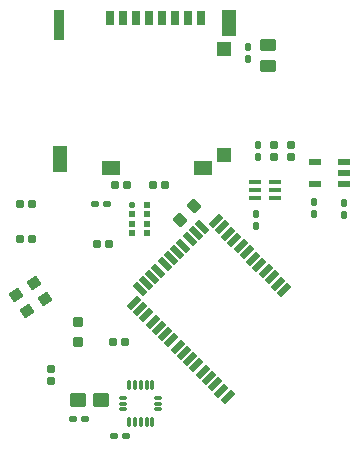
<source format=gtp>
G04*
G04 #@! TF.GenerationSoftware,Altium Limited,Altium Designer,21.0.8 (223)*
G04*
G04 Layer_Color=8421504*
%FSLAX25Y25*%
%MOIN*%
G70*
G04*
G04 #@! TF.SameCoordinates,24BCDA9A-42F1-41D6-B0A9-C8EBA0504D6D*
G04*
G04*
G04 #@! TF.FilePolarity,Positive*
G04*
G01*
G75*
G04:AMPARAMS|DCode=16|XSize=23.62mil|YSize=23.62mil|CornerRadius=2.36mil|HoleSize=0mil|Usage=FLASHONLY|Rotation=270.000|XOffset=0mil|YOffset=0mil|HoleType=Round|Shape=RoundedRectangle|*
%AMROUNDEDRECTD16*
21,1,0.02362,0.01890,0,0,270.0*
21,1,0.01890,0.02362,0,0,270.0*
1,1,0.00472,-0.00945,-0.00945*
1,1,0.00472,-0.00945,0.00945*
1,1,0.00472,0.00945,0.00945*
1,1,0.00472,0.00945,-0.00945*
%
%ADD16ROUNDEDRECTD16*%
G04:AMPARAMS|DCode=17|XSize=47.24mil|YSize=53.15mil|CornerRadius=5.91mil|HoleSize=0mil|Usage=FLASHONLY|Rotation=270.000|XOffset=0mil|YOffset=0mil|HoleType=Round|Shape=RoundedRectangle|*
%AMROUNDEDRECTD17*
21,1,0.04724,0.04134,0,0,270.0*
21,1,0.03543,0.05315,0,0,270.0*
1,1,0.01181,-0.02067,-0.01772*
1,1,0.01181,-0.02067,0.01772*
1,1,0.01181,0.02067,0.01772*
1,1,0.01181,0.02067,-0.01772*
%
%ADD17ROUNDEDRECTD17*%
%ADD18R,0.03150X0.04882*%
%ADD19R,0.03740X0.09843*%
%ADD20R,0.04528X0.08661*%
%ADD21R,0.04567X0.04921*%
%ADD22R,0.04567X0.04724*%
%ADD23R,0.05906X0.04528*%
G04:AMPARAMS|DCode=24|XSize=47.24mil|YSize=18.9mil|CornerRadius=0mil|HoleSize=0mil|Usage=FLASHONLY|Rotation=225.000|XOffset=0mil|YOffset=0mil|HoleType=Round|Shape=Rectangle|*
%AMROTATEDRECTD24*
4,1,4,0.01002,0.02339,0.02339,0.01002,-0.01002,-0.02339,-0.02339,-0.01002,0.01002,0.02339,0.0*
%
%ADD24ROTATEDRECTD24*%

G04:AMPARAMS|DCode=25|XSize=47.24mil|YSize=18.9mil|CornerRadius=0mil|HoleSize=0mil|Usage=FLASHONLY|Rotation=315.000|XOffset=0mil|YOffset=0mil|HoleType=Round|Shape=Rectangle|*
%AMROTATEDRECTD25*
4,1,4,-0.02339,0.01002,-0.01002,0.02339,0.02339,-0.01002,0.01002,-0.02339,-0.02339,0.01002,0.0*
%
%ADD25ROTATEDRECTD25*%

%ADD26R,0.04331X0.02362*%
G04:AMPARAMS|DCode=27|XSize=19.68mil|YSize=23.62mil|CornerRadius=1.97mil|HoleSize=0mil|Usage=FLASHONLY|Rotation=0.000|XOffset=0mil|YOffset=0mil|HoleType=Round|Shape=RoundedRectangle|*
%AMROUNDEDRECTD27*
21,1,0.01968,0.01968,0,0,0.0*
21,1,0.01575,0.02362,0,0,0.0*
1,1,0.00394,0.00787,-0.00984*
1,1,0.00394,-0.00787,-0.00984*
1,1,0.00394,-0.00787,0.00984*
1,1,0.00394,0.00787,0.00984*
%
%ADD27ROUNDEDRECTD27*%
G04:AMPARAMS|DCode=28|XSize=19.68mil|YSize=23.62mil|CornerRadius=1.97mil|HoleSize=0mil|Usage=FLASHONLY|Rotation=270.000|XOffset=0mil|YOffset=0mil|HoleType=Round|Shape=RoundedRectangle|*
%AMROUNDEDRECTD28*
21,1,0.01968,0.01968,0,0,270.0*
21,1,0.01575,0.02362,0,0,270.0*
1,1,0.00394,-0.00984,-0.00787*
1,1,0.00394,-0.00984,0.00787*
1,1,0.00394,0.00984,0.00787*
1,1,0.00394,0.00984,-0.00787*
%
%ADD28ROUNDEDRECTD28*%
G04:AMPARAMS|DCode=29|XSize=55.12mil|YSize=39.37mil|CornerRadius=4.92mil|HoleSize=0mil|Usage=FLASHONLY|Rotation=0.000|XOffset=0mil|YOffset=0mil|HoleType=Round|Shape=RoundedRectangle|*
%AMROUNDEDRECTD29*
21,1,0.05512,0.02953,0,0,0.0*
21,1,0.04528,0.03937,0,0,0.0*
1,1,0.00984,0.02264,-0.01476*
1,1,0.00984,-0.02264,-0.01476*
1,1,0.00984,-0.02264,0.01476*
1,1,0.00984,0.02264,0.01476*
%
%ADD29ROUNDEDRECTD29*%
G04:AMPARAMS|DCode=30|XSize=23.62mil|YSize=23.62mil|CornerRadius=2.36mil|HoleSize=0mil|Usage=FLASHONLY|Rotation=180.000|XOffset=0mil|YOffset=0mil|HoleType=Round|Shape=RoundedRectangle|*
%AMROUNDEDRECTD30*
21,1,0.02362,0.01890,0,0,180.0*
21,1,0.01890,0.02362,0,0,180.0*
1,1,0.00472,-0.00945,0.00945*
1,1,0.00472,0.00945,0.00945*
1,1,0.00472,0.00945,-0.00945*
1,1,0.00472,-0.00945,-0.00945*
%
%ADD30ROUNDEDRECTD30*%
%ADD31O,0.01181X0.03347*%
%ADD32O,0.02854X0.01181*%
%ADD33R,0.02264X0.01921*%
G04:AMPARAMS|DCode=34|XSize=22.64mil|YSize=19.21mil|CornerRadius=0mil|HoleSize=0mil|Usage=FLASHONLY|Rotation=0.000|XOffset=0mil|YOffset=0mil|HoleType=Round|Shape=Octagon|*
%AMOCTAGOND34*
4,1,8,0.01132,-0.00480,0.01132,0.00480,0.00652,0.00961,-0.00652,0.00961,-0.01132,0.00480,-0.01132,-0.00480,-0.00652,-0.00961,0.00652,-0.00961,0.01132,-0.00480,0.0*
%
%ADD34OCTAGOND34*%

%ADD35R,0.03839X0.01772*%
G04:AMPARAMS|DCode=36|XSize=31.5mil|YSize=31.5mil|CornerRadius=3.94mil|HoleSize=0mil|Usage=FLASHONLY|Rotation=90.000|XOffset=0mil|YOffset=0mil|HoleType=Round|Shape=RoundedRectangle|*
%AMROUNDEDRECTD36*
21,1,0.03150,0.02362,0,0,90.0*
21,1,0.02362,0.03150,0,0,90.0*
1,1,0.00787,0.01181,0.01181*
1,1,0.00787,0.01181,-0.01181*
1,1,0.00787,-0.01181,-0.01181*
1,1,0.00787,-0.01181,0.01181*
%
%ADD36ROUNDEDRECTD36*%
G04:AMPARAMS|DCode=37|XSize=39.37mil|YSize=35.43mil|CornerRadius=4.43mil|HoleSize=0mil|Usage=FLASHONLY|Rotation=35.000|XOffset=0mil|YOffset=0mil|HoleType=Round|Shape=RoundedRectangle|*
%AMROUNDEDRECTD37*
21,1,0.03937,0.02657,0,0,35.0*
21,1,0.03051,0.03543,0,0,35.0*
1,1,0.00886,0.02012,-0.00213*
1,1,0.00886,-0.00488,-0.01964*
1,1,0.00886,-0.02012,0.00213*
1,1,0.00886,0.00488,0.01964*
%
%ADD37ROUNDEDRECTD37*%
G04:AMPARAMS|DCode=38|XSize=39.37mil|YSize=35.43mil|CornerRadius=4.43mil|HoleSize=0mil|Usage=FLASHONLY|Rotation=135.000|XOffset=0mil|YOffset=0mil|HoleType=Round|Shape=RoundedRectangle|*
%AMROUNDEDRECTD38*
21,1,0.03937,0.02657,0,0,135.0*
21,1,0.03051,0.03543,0,0,135.0*
1,1,0.00886,-0.00139,0.02018*
1,1,0.00886,0.02018,-0.00139*
1,1,0.00886,0.00139,-0.02018*
1,1,0.00886,-0.02018,0.00139*
%
%ADD38ROUNDEDRECTD38*%
D16*
X555709Y247638D02*
D03*
X559646D02*
D03*
X515158Y241339D02*
D03*
X511221D02*
D03*
X511319Y229528D02*
D03*
X515256D02*
D03*
X537008Y227953D02*
D03*
X540945D02*
D03*
X543012Y247638D02*
D03*
X546949D02*
D03*
X542276Y195098D02*
D03*
X546213D02*
D03*
D17*
X538189Y175886D02*
D03*
X530709D02*
D03*
D18*
X541339Y303366D02*
D03*
X545669D02*
D03*
X550000D02*
D03*
X554331D02*
D03*
X558661D02*
D03*
X562992D02*
D03*
X567323D02*
D03*
X571654D02*
D03*
D19*
X524232Y300886D02*
D03*
D20*
X580886Y301476D02*
D03*
X524626Y256279D02*
D03*
D21*
X579291Y293012D02*
D03*
D22*
Y257579D02*
D03*
D23*
X541575Y253150D02*
D03*
X572205D02*
D03*
D24*
X599420Y212571D02*
D03*
X580489Y176937D02*
D03*
X578401Y179025D02*
D03*
X574226Y183201D02*
D03*
X576313Y181113D02*
D03*
X565874Y191553D02*
D03*
X567962Y189465D02*
D03*
X572138Y185289D02*
D03*
X570050Y187377D02*
D03*
X549171Y208256D02*
D03*
X551259Y206168D02*
D03*
X555434Y201992D02*
D03*
X553346Y204080D02*
D03*
X563786Y193641D02*
D03*
X561698Y195729D02*
D03*
X557522Y199904D02*
D03*
X559610Y197816D02*
D03*
X593156Y218835D02*
D03*
X595244Y216747D02*
D03*
X576453Y235538D02*
D03*
X580628Y231362D02*
D03*
X578541Y233450D02*
D03*
X591068Y220923D02*
D03*
X586892Y225098D02*
D03*
X584804Y227186D02*
D03*
X588980Y223011D02*
D03*
X582716Y229274D02*
D03*
X597332Y214659D02*
D03*
D25*
X555295Y216886D02*
D03*
X563647Y225238D02*
D03*
X565735Y227326D02*
D03*
X571999Y233589D02*
D03*
X561559Y223150D02*
D03*
X551119Y212710D02*
D03*
X559471Y221062D02*
D03*
X557383Y218974D02*
D03*
X553207Y214798D02*
D03*
X567823Y229414D02*
D03*
X569911Y231501D02*
D03*
D26*
X609646Y247736D02*
D03*
Y255217D02*
D03*
X619095D02*
D03*
Y251476D02*
D03*
Y247736D02*
D03*
D27*
X619291Y241437D02*
D03*
Y237500D02*
D03*
X609350Y241732D02*
D03*
Y237795D02*
D03*
X587106Y293602D02*
D03*
Y289665D02*
D03*
X590059Y233858D02*
D03*
Y237795D02*
D03*
X590748Y260728D02*
D03*
Y256791D02*
D03*
D28*
X529035Y169685D02*
D03*
X532972D02*
D03*
X542618Y163878D02*
D03*
X546555D02*
D03*
X536319Y241339D02*
D03*
X540256D02*
D03*
D29*
X593799Y294193D02*
D03*
Y287106D02*
D03*
D30*
X596063Y256791D02*
D03*
Y260728D02*
D03*
X601476D02*
D03*
Y256791D02*
D03*
X521654Y182283D02*
D03*
Y186221D02*
D03*
D31*
X547539Y168504D02*
D03*
X549508D02*
D03*
X551476D02*
D03*
X553445D02*
D03*
X555413D02*
D03*
Y180905D02*
D03*
X553445D02*
D03*
X551476D02*
D03*
X549508D02*
D03*
X547539D02*
D03*
D32*
X557283Y172736D02*
D03*
Y174705D02*
D03*
Y176673D02*
D03*
X545669D02*
D03*
Y174705D02*
D03*
Y172736D02*
D03*
D33*
X553587Y231453D02*
D03*
Y234602D02*
D03*
Y237752D02*
D03*
Y240902D02*
D03*
X548563Y231453D02*
D03*
Y234602D02*
D03*
Y237752D02*
D03*
D34*
Y240902D02*
D03*
D35*
X589713Y243307D02*
D03*
Y245866D02*
D03*
Y248425D02*
D03*
X596114D02*
D03*
Y245866D02*
D03*
Y243307D02*
D03*
D36*
X530453Y195098D02*
D03*
Y201791D02*
D03*
D37*
X509892Y210911D02*
D03*
X513730Y205428D02*
D03*
X519734Y209464D02*
D03*
X515896Y214946D02*
D03*
D38*
X569295Y240457D02*
D03*
X564563Y235724D02*
D03*
M02*

</source>
